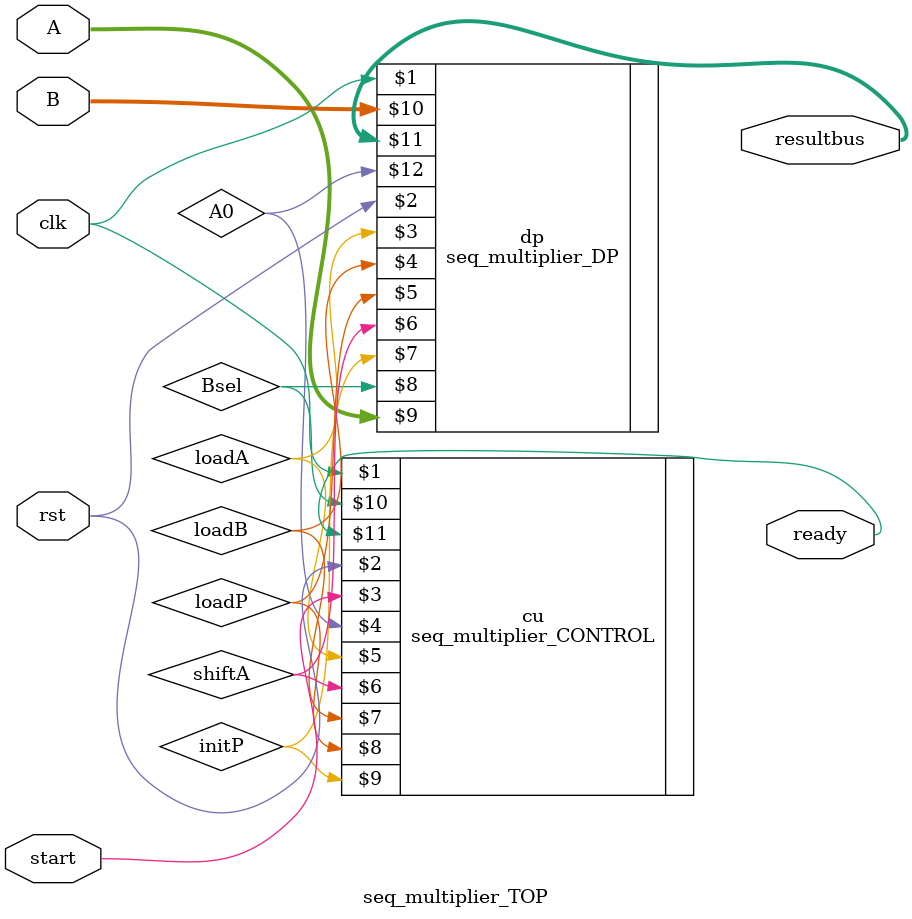
<source format=v>
module 	seq_multiplier_TOP (input clk,rst,start,input [23:0]A,B ,output [47:0]resultbus, output ready);
	wire A0;
	wire loadA,shiftA,loadP,initP,Bsel;

	seq_multiplier_DP dp(clk,rst,loadA,loadB,loadP,shiftA,initP,Bsel,A,B,resultbus,A0);
	seq_multiplier_CONTROL cu(clk,rst,start,A0,loadA,shiftA,loadB,loadP,initP,Bsel,ready);
endmodule

</source>
